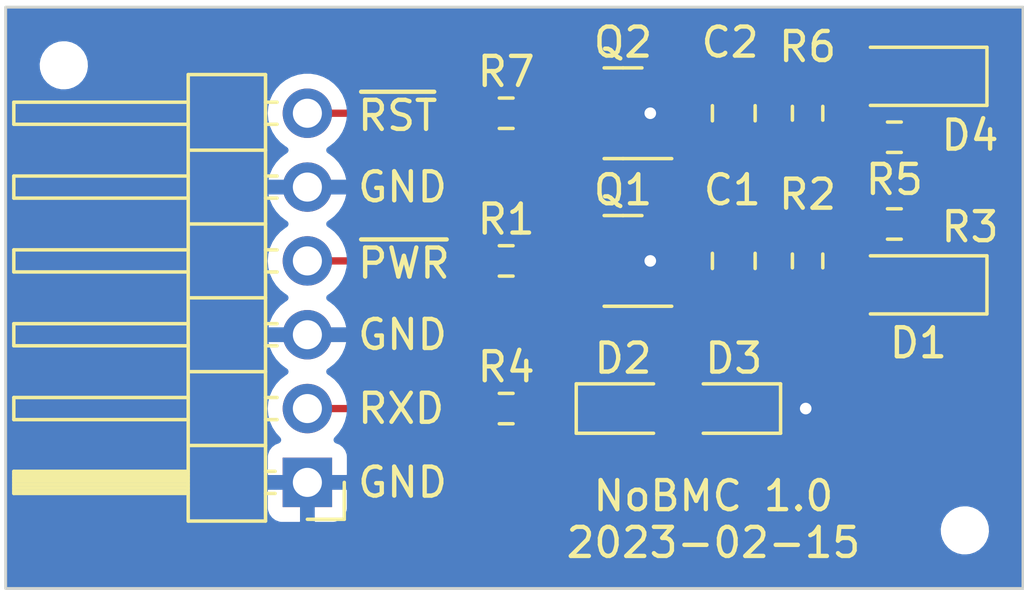
<source format=kicad_pcb>
(kicad_pcb (version 20221018) (generator pcbnew)
  (title_block (title "NoBMC") (date "2023-02-25") (rev "1.0"))
  (layers (0 "F.Cu" signal) (31 "B.Cu" signal) (34 "B.Paste" user) (35 "F.Paste" user) (36 "B.SilkS" user "B.Silkscreen") (37 "F.SilkS" user "F.Silkscreen") (38 "B.Mask" user) (39 "F.Mask" user) (44 "Edge.Cuts" user))
  (net 0 "")
  (net 1 "Net-(D1-Pad1)")
  (net 2 "Net-(C1-Pad1)")
  (net 3 "Net-(D2-Pad2)")
  (net 4 "/GND")
  (net 5 "Net-(C2-Pad1)")
  (net 6 "Net-(Q1-Pad3)")
  (net 7 "Net-(Q2-Pad3)")
  (net 8 "/~{PWR}")
  (net 9 "/RXD")
  (net 10 "/~{RST}")
  (footprint "Diode_SMD:D_SOD-123" (layer "F.Cu") (at 32.45 10.985 180)
    (fp_text reference "D1" (at 0 -2) (layer "F.SilkS"))
    (fp_text value "MBR0540" hide)
    (fp_line (start -2.36 -1) (end -2.36 1) (stroke (width 0.12)) (layer "F.SilkS"))
    (fp_line (start -2.36 -1) (end 1.65 -1) (stroke (width 0.12)) (layer "F.SilkS"))
    (fp_line (start -2.36 1) (end 1.65 1) (stroke (width 0.12)) (layer "F.SilkS"))
    (pad "1" smd roundrect (at -1.65 0 180) (size 0.9 1.2) (layers "F.Cu" "F.Paste" "F.Mask") (net 1 "Net-(D1-Pad1)"))
    (pad "2" smd roundrect (at 1.65 0 180) (size 0.9 1.2) (layers "F.Cu" "F.Paste" "F.Mask") (net 2 "Net-(C1-Pad1)"))
  )
  (footprint "Capacitor_SMD:C_0805_2012Metric" (layer "F.Cu") (at 26.1 10.16 90)
    (fp_text reference "C1" (at 2.4384 -0.0508) (layer "F.SilkS"))
    (fp_text value "1u" hide)
    (fp_line (start -0.261252 -0.735) (end 0.261252 -0.735) (stroke (width 0.12)) (layer "F.SilkS"))
    (fp_line (start -0.261252 0.735) (end 0.261252 0.735) (stroke (width 0.12)) (layer "F.SilkS"))
    (pad "1" smd roundrect (at -0.95 0 90) (size 1 1.45) (layers "F.Cu" "F.Paste" "F.Mask") (net 2 "Net-(C1-Pad1)"))
    (pad "2" smd roundrect (at 0.95 0 90) (size 1 1.45) (layers "F.Cu" "F.Paste" "F.Mask") (net 4 "/GND"))
  )
  (footprint "Resistor_SMD:R_0603_1608Metric" (layer "F.Cu") (at 18.27 10.16)
    (fp_text reference "R1" (at 0 -1.43) (layer "F.SilkS"))
    (fp_text value "220R" hide)
    (fp_line (start -0.237258 -0.5225) (end 0.237258 -0.5225) (stroke (width 0.12)) (layer "F.SilkS"))
    (fp_line (start -0.237258 0.5225) (end 0.237258 0.5225) (stroke (width 0.12)) (layer "F.SilkS"))
    (pad "1" smd roundrect (at -0.825 0) (size 0.8 0.95) (layers "F.Cu" "F.Paste" "F.Mask") (net 8 "/~{PWR}"))
    (pad "2" smd roundrect (at 0.825 0) (size 0.8 0.95) (layers "F.Cu" "F.Paste" "F.Mask") (net 6 "Net-(Q1-Pad3)"))
  )
  (footprint "Package_TO_SOT_SMD:SOT-23" (layer "F.Cu") (at 22.29 10.16 180)
    (fp_text reference "Q1" (at 0 2.4384) (layer "F.SilkS"))
    (fp_text value "2N7002K" hide)
    (fp_line (start 0 -1.56) (end -1.675 -1.56) (stroke (width 0.12)) (layer "F.SilkS"))
    (fp_line (start 0 -1.56) (end 0.65 -1.56) (stroke (width 0.12)) (layer "F.SilkS"))
    (fp_line (start 0 1.56) (end -0.65 1.56) (stroke (width 0.12)) (layer "F.SilkS"))
    (fp_line (start 0 1.56) (end 0.65 1.56) (stroke (width 0.12)) (layer "F.SilkS"))
    (pad "1" smd roundrect (at -0.9375 -0.95 180) (size 1.475 0.6) (layers "F.Cu" "F.Paste" "F.Mask") (net 2 "Net-(C1-Pad1)"))
    (pad "2" smd roundrect (at -0.9375 0.95 180) (size 1.475 0.6) (layers "F.Cu" "F.Paste" "F.Mask") (net 4 "/GND"))
    (pad "3" smd roundrect (at 0.9375 0 180) (size 1.475 0.6) (layers "F.Cu" "F.Paste" "F.Mask") (net 6 "Net-(Q1-Pad3)"))
  )
  (footprint "ToolingHole_1.152mm" (layer "F.Cu") (at 3.05 3.43)
    (fp_text reference "HOLE" hide)
    (fp_text value "ToolingHole_1.152mm" hide)
    (pad "" np_thru_hole circle (at 0 0) (size 1.152 1.152) (drill 1.152) (layers "F&B.Cu" "*.Mask"))
  )
  (footprint "Resistor_SMD:R_0603_1608Metric" (layer "F.Cu") (at 18.27 5.08)
    (fp_text reference "R7" (at 0 -1.43) (layer "F.SilkS"))
    (fp_text value "220R" hide)
    (fp_line (start -0.237258 -0.5225) (end 0.237258 -0.5225) (stroke (width 0.12)) (layer "F.SilkS"))
    (fp_line (start -0.237258 0.5225) (end 0.237258 0.5225) (stroke (width 0.12)) (layer "F.SilkS"))
    (pad "1" smd roundrect (at -0.825 0) (size 0.8 0.95) (layers "F.Cu" "F.Paste" "F.Mask") (net 10 "/~{RST}"))
    (pad "2" smd roundrect (at 0.825 0) (size 0.8 0.95) (layers "F.Cu" "F.Paste" "F.Mask") (net 7 "Net-(Q2-Pad3)"))
  )
  (footprint "Capacitor_SMD:C_0805_2012Metric" (layer "F.Cu") (at 26.1 5.08 90)
    (fp_text reference "C2" (at 2.4384 -0.127) (layer "F.SilkS"))
    (fp_text value "220n" hide)
    (fp_line (start -0.261252 -0.735) (end 0.261252 -0.735) (stroke (width 0.12)) (layer "F.SilkS"))
    (fp_line (start -0.261252 0.735) (end 0.261252 0.735) (stroke (width 0.12)) (layer "F.SilkS"))
    (pad "1" smd roundrect (at -0.95 0 90) (size 1 1.45) (layers "F.Cu" "F.Paste" "F.Mask") (net 5 "Net-(C2-Pad1)"))
    (pad "2" smd roundrect (at 0.95 0 90) (size 1 1.45) (layers "F.Cu" "F.Paste" "F.Mask") (net 4 "/GND"))
  )
  (footprint "Diode_SMD:D_SOD-323" (layer "F.Cu") (at 26.1 15.24 180)
    (fp_text reference "D3" (at 0 1.7272) (layer "F.SilkS"))
    (fp_text value "BZX384C5V1" hide)
    (fp_line (start -1.61 -0.85) (end -1.61 0.85) (stroke (width 0.12)) (layer "F.SilkS"))
    (fp_line (start -1.61 -0.85) (end 1.05 -0.85) (stroke (width 0.12)) (layer "F.SilkS"))
    (fp_line (start -1.61 0.85) (end 1.05 0.85) (stroke (width 0.12)) (layer "F.SilkS"))
    (pad "1" smd roundrect (at -1.05 0 180) (size 0.6 0.45) (layers "F.Cu" "F.Paste" "F.Mask") (net 4 "/GND"))
    (pad "2" smd roundrect (at 1.05 0 180) (size 0.6 0.45) (layers "F.Cu" "F.Paste" "F.Mask") (net 3 "Net-(D2-Pad2)"))
  )
  (footprint "Resistor_SMD:R_0603_1608Metric" (layer "F.Cu") (at 28.64 5.08 90)
    (fp_text reference "R6" (at 2.286 0) (layer "F.SilkS"))
    (fp_text value "4M7" hide)
    (fp_line (start -0.237258 -0.5225) (end 0.237258 -0.5225) (stroke (width 0.12)) (layer "F.SilkS"))
    (fp_line (start -0.237258 0.5225) (end 0.237258 0.5225) (stroke (width 0.12)) (layer "F.SilkS"))
    (pad "1" smd roundrect (at -0.825 0 90) (size 0.8 0.95) (layers "F.Cu" "F.Paste" "F.Mask") (net 5 "Net-(C2-Pad1)"))
    (pad "2" smd roundrect (at 0.825 0 90) (size 0.8 0.95) (layers "F.Cu" "F.Paste" "F.Mask") (net 4 "/GND"))
  )
  (footprint "Resistor_SMD:R_0603_1608Metric" (layer "F.Cu") (at 31.625 5.905)
    (fp_text reference "R5" (at 0 1.461) (layer "F.SilkS"))
    (fp_text value "470k" hide)
    (fp_line (start -0.237258 -0.5225) (end 0.237258 -0.5225) (stroke (width 0.12)) (layer "F.SilkS"))
    (fp_line (start -0.237258 0.5225) (end 0.237258 0.5225) (stroke (width 0.12)) (layer "F.SilkS"))
    (pad "1" smd roundrect (at -0.825 0) (size 0.8 0.95) (layers "F.Cu" "F.Paste" "F.Mask") (net 5 "Net-(C2-Pad1)"))
    (pad "2" smd roundrect (at 0.825 0) (size 0.8 0.95) (layers "F.Cu" "F.Paste" "F.Mask") (net 1 "Net-(D1-Pad1)"))
  )
  (footprint "Resistor_SMD:R_0603_1608Metric" (layer "F.Cu") (at 28.64 10.16 90)
    (fp_text reference "R2" (at 2.286 0) (layer "F.SilkS"))
    (fp_text value "4M7" hide)
    (fp_line (start -0.237258 -0.5225) (end 0.237258 -0.5225) (stroke (width 0.12)) (layer "F.SilkS"))
    (fp_line (start -0.237258 0.5225) (end 0.237258 0.5225) (stroke (width 0.12)) (layer "F.SilkS"))
    (pad "1" smd roundrect (at -0.825 0 90) (size 0.8 0.95) (layers "F.Cu" "F.Paste" "F.Mask") (net 2 "Net-(C1-Pad1)"))
    (pad "2" smd roundrect (at 0.825 0 90) (size 0.8 0.95) (layers "F.Cu" "F.Paste" "F.Mask") (net 4 "/GND"))
  )
  (footprint "Diode_SMD:D_SOD-323" (layer "F.Cu") (at 22.29 15.24)
    (fp_text reference "D2" (at 0 -1.7272) (layer "F.SilkS"))
    (fp_text value "BZX384C5V1" hide)
    (fp_line (start -1.61 -0.85) (end -1.61 0.85) (stroke (width 0.12)) (layer "F.SilkS"))
    (fp_line (start -1.61 -0.85) (end 1.05 -0.85) (stroke (width 0.12)) (layer "F.SilkS"))
    (fp_line (start -1.61 0.85) (end 1.05 0.85) (stroke (width 0.12)) (layer "F.SilkS"))
    (pad "1" smd roundrect (at -1.05 0) (size 0.6 0.45) (layers "F.Cu" "F.Paste" "F.Mask") (net 1 "Net-(D1-Pad1)"))
    (pad "2" smd roundrect (at 1.05 0) (size 0.6 0.45) (layers "F.Cu" "F.Paste" "F.Mask") (net 3 "Net-(D2-Pad2)"))
  )
  (footprint "ToolingHole_1.152mm" (layer "F.Cu") (at 34.05 19.43)
    (fp_text reference "HOLE" hide)
    (fp_text value "ToolingHole_1.152mm" hide)
    (pad "" np_thru_hole circle (at 0 0) (size 1.152 1.152) (drill 1.152) (layers "F&B.Cu" "*.Mask"))
  )
  (footprint "Diode_SMD:D_SOD-123" (layer "F.Cu") (at 32.45 3.81 180)
    (fp_text reference "D4" (at -1.778 -2.032) (layer "F.SilkS"))
    (fp_text value "MBR0540" hide)
    (fp_line (start -2.36 -1) (end -2.36 1) (stroke (width 0.12)) (layer "F.SilkS"))
    (fp_line (start -2.36 -1) (end 1.65 -1) (stroke (width 0.12)) (layer "F.SilkS"))
    (fp_line (start -2.36 1) (end 1.65 1) (stroke (width 0.12)) (layer "F.SilkS"))
    (pad "1" smd roundrect (at -1.65 0 180) (size 0.9 1.2) (layers "F.Cu" "F.Paste" "F.Mask") (net 1 "Net-(D1-Pad1)"))
    (pad "2" smd roundrect (at 1.65 0 180) (size 0.9 1.2) (layers "F.Cu" "F.Paste" "F.Mask") (net 5 "Net-(C2-Pad1)"))
  )
  (footprint "Resistor_SMD:R_0603_1608Metric" (layer "F.Cu") (at 31.625 8.89 180)
    (fp_text reference "R3" (at -2.603 -0.1016) (layer "F.SilkS"))
    (fp_text value "470k" hide)
    (fp_line (start -0.237258 -0.5225) (end 0.237258 -0.5225) (stroke (width 0.12)) (layer "F.SilkS"))
    (fp_line (start -0.237258 0.5225) (end 0.237258 0.5225) (stroke (width 0.12)) (layer "F.SilkS"))
    (pad "1" smd roundrect (at -0.825 0 180) (size 0.8 0.95) (layers "F.Cu" "F.Paste" "F.Mask") (net 1 "Net-(D1-Pad1)"))
    (pad "2" smd roundrect (at 0.825 0 180) (size 0.8 0.95) (layers "F.Cu" "F.Paste" "F.Mask") (net 2 "Net-(C1-Pad1)"))
  )
  (footprint "Package_TO_SOT_SMD:SOT-23" (layer "F.Cu") (at 22.29 5.08 180)
    (fp_text reference "Q2" (at 0 2.4384) (layer "F.SilkS"))
    (fp_text value "2N7002K" hide)
    (fp_line (start 0 -1.56) (end -1.675 -1.56) (stroke (width 0.12)) (layer "F.SilkS"))
    (fp_line (start 0 -1.56) (end 0.65 -1.56) (stroke (width 0.12)) (layer "F.SilkS"))
    (fp_line (start 0 1.56) (end -0.65 1.56) (stroke (width 0.12)) (layer "F.SilkS"))
    (fp_line (start 0 1.56) (end 0.65 1.56) (stroke (width 0.12)) (layer "F.SilkS"))
    (pad "1" smd roundrect (at -0.9375 -0.95 180) (size 1.475 0.6) (layers "F.Cu" "F.Paste" "F.Mask") (net 5 "Net-(C2-Pad1)"))
    (pad "2" smd roundrect (at -0.9375 0.95 180) (size 1.475 0.6) (layers "F.Cu" "F.Paste" "F.Mask") (net 4 "/GND"))
    (pad "3" smd roundrect (at 0.9375 0 180) (size 1.475 0.6) (layers "F.Cu" "F.Paste" "F.Mask") (net 7 "Net-(Q2-Pad3)"))
  )
  (footprint "Connector_PinHeader_2.54mm:PinHeader_1x06_P2.54mm_Horizontal" (layer "F.Cu") (at 11.43 17.78 180)
    (fp_text reference "J1" hide)
    (fp_text value "Conn_01x06" hide)
    (fp_line (start -1.27 -1.27) (end 0 -1.27) (stroke (width 0.12)) (layer "F.SilkS"))
    (fp_line (start -1.27 0) (end -1.27 -1.27) (stroke (width 0.12)) (layer "F.SilkS"))
    (fp_line (start 1.042929 2.16) (end 1.44 2.16) (stroke (width 0.12)) (layer "F.SilkS"))
    (fp_line (start 1.042929 2.92) (end 1.44 2.92) (stroke (width 0.12)) (layer "F.SilkS"))
    (fp_line (start 1.042929 4.7) (end 1.44 4.7) (stroke (width 0.12)) (layer "F.SilkS"))
    (fp_line (start 1.042929 5.46) (end 1.44 5.46) (stroke (width 0.12)) (layer "F.SilkS"))
    (fp_line (start 1.042929 7.24) (end 1.44 7.24) (stroke (width 0.12)) (layer "F.SilkS"))
    (fp_line (start 1.042929 8) (end 1.44 8) (stroke (width 0.12)) (layer "F.SilkS"))
    (fp_line (start 1.042929 9.78) (end 1.44 9.78) (stroke (width 0.12)) (layer "F.SilkS"))
    (fp_line (start 1.042929 10.54) (end 1.44 10.54) (stroke (width 0.12)) (layer "F.SilkS"))
    (fp_line (start 1.042929 12.32) (end 1.44 12.32) (stroke (width 0.12)) (layer "F.SilkS"))
    (fp_line (start 1.042929 13.08) (end 1.44 13.08) (stroke (width 0.12)) (layer "F.SilkS"))
    (fp_line (start 1.11 -0.38) (end 1.44 -0.38) (stroke (width 0.12)) (layer "F.SilkS"))
    (fp_line (start 1.11 0.38) (end 1.44 0.38) (stroke (width 0.12)) (layer "F.SilkS"))
    (fp_line (start 1.44 -1.33) (end 1.44 14.03) (stroke (width 0.12)) (layer "F.SilkS"))
    (fp_line (start 1.44 1.27) (end 4.1 1.27) (stroke (width 0.12)) (layer "F.SilkS"))
    (fp_line (start 1.44 3.81) (end 4.1 3.81) (stroke (width 0.12)) (layer "F.SilkS"))
    (fp_line (start 1.44 6.35) (end 4.1 6.35) (stroke (width 0.12)) (layer "F.SilkS"))
    (fp_line (start 1.44 8.89) (end 4.1 8.89) (stroke (width 0.12)) (layer "F.SilkS"))
    (fp_line (start 1.44 11.43) (end 4.1 11.43) (stroke (width 0.12)) (layer "F.SilkS"))
    (fp_line (start 1.44 14.03) (end 4.1 14.03) (stroke (width 0.12)) (layer "F.SilkS"))
    (fp_line (start 4.1 -1.33) (end 1.44 -1.33) (stroke (width 0.12)) (layer "F.SilkS"))
    (fp_line (start 4.1 -0.38) (end 10.1 -0.38) (stroke (width 0.12)) (layer "F.SilkS"))
    (fp_line (start 4.1 -0.32) (end 10.1 -0.32) (stroke (width 0.12)) (layer "F.SilkS"))
    (fp_line (start 4.1 -0.2) (end 10.1 -0.2) (stroke (width 0.12)) (layer "F.SilkS"))
    (fp_line (start 4.1 -0.08) (end 10.1 -0.08) (stroke (width 0.12)) (layer "F.SilkS"))
    (fp_line (start 4.1 0.04) (end 10.1 0.04) (stroke (width 0.12)) (layer "F.SilkS"))
    (fp_line (start 4.1 0.16) (end 10.1 0.16) (stroke (width 0.12)) (layer "F.SilkS"))
    (fp_line (start 4.1 0.28) (end 10.1 0.28) (stroke (width 0.12)) (layer "F.SilkS"))
    (fp_line (start 4.1 2.16) (end 10.1 2.16) (stroke (width 0.12)) (layer "F.SilkS"))
    (fp_line (start 4.1 4.7) (end 10.1 4.7) (stroke (width 0.12)) (layer "F.SilkS"))
    (fp_line (start 4.1 7.24) (end 10.1 7.24) (stroke (width 0.12)) (layer "F.SilkS"))
    (fp_line (start 4.1 9.78) (end 10.1 9.78) (stroke (width 0.12)) (layer "F.SilkS"))
    (fp_line (start 4.1 12.32) (end 10.1 12.32) (stroke (width 0.12)) (layer "F.SilkS"))
    (fp_line (start 4.1 14.03) (end 4.1 -1.33) (stroke (width 0.12)) (layer "F.SilkS"))
    (fp_line (start 10.1 -0.38) (end 10.1 0.38) (stroke (width 0.12)) (layer "F.SilkS"))
    (fp_line (start 10.1 0.38) (end 4.1 0.38) (stroke (width 0.12)) (layer "F.SilkS"))
    (fp_line (start 10.1 2.16) (end 10.1 2.92) (stroke (width 0.12)) (layer "F.SilkS"))
    (fp_line (start 10.1 2.92) (end 4.1 2.92) (stroke (width 0.12)) (layer "F.SilkS"))
    (fp_line (start 10.1 4.7) (end 10.1 5.46) (stroke (width 0.12)) (layer "F.SilkS"))
    (fp_line (start 10.1 5.46) (end 4.1 5.46) (stroke (width 0.12)) (layer "F.SilkS"))
    (fp_line (start 10.1 7.24) (end 10.1 8) (stroke (width 0.12)) (layer "F.SilkS"))
    (fp_line (start 10.1 8) (end 4.1 8) (stroke (width 0.12)) (layer "F.SilkS"))
    (fp_line (start 10.1 9.78) (end 10.1 10.54) (stroke (width 0.12)) (layer "F.SilkS"))
    (fp_line (start 10.1 10.54) (end 4.1 10.54) (stroke (width 0.12)) (layer "F.SilkS"))
    (fp_line (start 10.1 12.32) (end 10.1 13.08) (stroke (width 0.12)) (layer "F.SilkS"))
    (fp_line (start 10.1 13.08) (end 4.1 13.08) (stroke (width 0.12)) (layer "F.SilkS"))
    (pad "1" thru_hole rect (at 0 0 180) (size 1.7 1.7) (drill 1) (layers "*.Cu" "*.Mask") (net 4 "/GND"))
    (pad "2" thru_hole oval (at 0 2.54 180) (size 1.7 1.7) (drill 1) (layers "*.Cu" "*.Mask") (net 9 "/RXD"))
    (pad "3" thru_hole oval (at 0 5.08 180) (size 1.7 1.7) (drill 1) (layers "*.Cu" "*.Mask") (net 4 "/GND"))
    (pad "4" thru_hole oval (at 0 7.62 180) (size 1.7 1.7) (drill 1) (layers "*.Cu" "*.Mask") (net 8 "/~{PWR}"))
    (pad "5" thru_hole oval (at 0 10.16 180) (size 1.7 1.7) (drill 1) (layers "*.Cu" "*.Mask") (net 4 "/GND"))
    (pad "6" thru_hole oval (at 0 12.7 180) (size 1.7 1.7) (drill 1) (layers "*.Cu" "*.Mask") (net 10 "/~{RST}"))
  )
  (footprint "Resistor_SMD:R_0603_1608Metric" (layer "F.Cu") (at 18.27 15.24)
    (fp_text reference "R4" (at 0 -1.43) (layer "F.SilkS"))
    (fp_text value "10k" hide)
    (fp_line (start -0.237258 -0.5225) (end 0.237258 -0.5225) (stroke (width 0.12)) (layer "F.SilkS"))
    (fp_line (start -0.237258 0.5225) (end 0.237258 0.5225) (stroke (width 0.12)) (layer "F.SilkS"))
    (pad "1" smd roundrect (at -0.825 0) (size 0.8 0.95) (layers "F.Cu" "F.Paste" "F.Mask") (net 9 "/RXD"))
    (pad "2" smd roundrect (at 0.825 0) (size 0.8 0.95) (layers "F.Cu" "F.Paste" "F.Mask") (net 1 "Net-(D1-Pad1)"))
  )
  (gr_rect (start 1.05 1.43) (end 36.05 21.43) (stroke (width 0.1)) (fill none) (layer "Edge.Cuts"))
  (gr_text "GND" (at 13.081 12.7) (layer "F.SilkS") (effects (font (size 1 1)) (justify left)))
  (gr_text "GND" (at 13.081 7.62) (layer "F.SilkS") (effects (font (size 1 1)) (justify left)))
  (gr_text "~{RST}" (at 13.081 5.163393) (layer "F.SilkS") (effects (font (size 1 1)) (justify left)))
  (gr_text "GND" (at 13.081 17.78) (layer "F.SilkS") (effects (font (size 1 1)) (justify left)))
  (gr_text "~{PWR}" (at 13.081 10.243393) (layer "F.SilkS") (effects (font (size 1 1)) (justify left)))
  (gr_text "NoBMC 1.0\n2023-02-15" (at 25.4 19.05) (layer "F.SilkS") (effects (font (size 1 1))))
  (gr_text "RXD" (at 13.081 15.24) (layer "F.SilkS") (effects (font (size 1 1)) (justify left)))
  (segment (start 33.02 3.81) (end 32.45 4.38) (width 0.25) (layer "F.Cu") (net 1))
  (segment (start 22.225 15.24) (end 23.495 13.97) (width 0.25) (layer "F.Cu") (net 1))
  (segment (start 32.45 8.89) (end 32.45 10.415) (width 0.25) (layer "F.Cu") (net 1))
  (segment (start 23.495 13.97) (end 33.02 13.97) (width 0.25) (layer "F.Cu") (net 1))
  (segment (start 34.1 12.89) (end 33.02 13.97) (width 0.25) (layer "F.Cu") (net 1))
  (segment (start 34.1 3.81) (end 33.02 3.81) (width 0.25) (layer "F.Cu") (net 1))
  (segment (start 32.45 4.38) (end 32.45 5.905) (width 0.25) (layer "F.Cu") (net 1))
  (segment (start 32.45 10.415) (end 33.02 10.985) (width 0.25) (layer "F.Cu") (net 1))
  (segment (start 34.1 3.81) (end 34.1 10.985) (width 0.25) (layer "F.Cu") (net 1))
  (segment (start 34.1 10.985) (end 33.02 10.985) (width 0.25) (layer "F.Cu") (net 1))
  (segment (start 21.24 15.24) (end 22.225 15.24) (width 0.25) (layer "F.Cu") (net 1))
  (segment (start 19.095 15.24) (end 21.24 15.24) (width 0.25) (layer "F.Cu") (net 1))
  (segment (start 34.1 10.985) (end 34.1 12.89) (width 0.25) (layer "F.Cu") (net 1))
  (segment (start 28.64 10.985) (end 30.8 10.985) (width 0.25) (layer "F.Cu") (net 2))
  (segment (start 28.64 10.985) (end 26.225 10.985) (width 0.25) (layer "F.Cu") (net 2))
  (segment (start 23.2275 11.11) (end 26.1 11.11) (width 0.25) (layer "F.Cu") (net 2))
  (segment (start 30.8 8.89) (end 30.8 10.985) (width 0.25) (layer "F.Cu") (net 2))
  (segment (start 23.34 15.24) (end 25.05 15.24) (width 0.25) (layer "F.Cu") (net 3))
  (segment (start 23.2275 4.13) (end 23.2275 5.08) (width 0.25) (layer "F.Cu") (net 4))
  (segment (start 26.225 9.335) (end 28.64 9.335) (width 0.25) (layer "F.Cu") (net 4))
  (segment (start 23.2275 9.21) (end 26.1 9.21) (width 0.25) (layer "F.Cu") (net 4))
  (segment (start 27.15 15.24) (end 28.575 15.24) (width 0.25) (layer "F.Cu") (net 4))
  (segment (start 23.2275 4.13) (end 26.1 4.13) (width 0.25) (layer "F.Cu") (net 4))
  (segment (start 23.2275 9.21) (end 23.2275 10.16) (width 0.25) (layer "F.Cu") (net 4))
  (segment (start 28.64 4.255) (end 26.225 4.255) (width 0.25) (layer "F.Cu") (net 4))
  (via (at 23.2275 5.08) (size 0.8) (drill 0.4) (layers "F.Cu" "B.Cu") (net 4))
  (via (at 23.2275 10.16) (size 0.8) (drill 0.4) (layers "F.Cu" "B.Cu") (net 4))
  (via (at 28.575 15.24) (size 0.8) (drill 0.4) (layers "F.Cu" "B.Cu") (net 4))
  (segment (start 28.64 5.905) (end 30.8 5.905) (width 0.25) (layer "F.Cu") (net 5))
  (segment (start 26.225 5.905) (end 28.64 5.905) (width 0.25) (layer "F.Cu") (net 5))
  (segment (start 23.2275 6.03) (end 26.1 6.03) (width 0.25) (layer "F.Cu") (net 5))
  (segment (start 30.8 3.81) (end 30.8 5.905) (width 0.25) (layer "F.Cu") (net 5))
  (segment (start 19.095 10.16) (end 21.3525 10.16) (width 0.25) (layer "F.Cu") (net 6))
  (segment (start 19.095 5.08) (end 21.3525 5.08) (width 0.25) (layer "F.Cu") (net 7))
  (segment (start 11.43 10.16) (end 17.445 10.16) (width 0.25) (layer "F.Cu") (net 8))
  (segment (start 11.43 15.24) (end 17.445 15.24) (width 0.25) (layer "F.Cu") (net 9))
  (segment (start 11.43 5.08) (end 17.445 5.08) (width 0.25) (layer "F.Cu") (net 10))
  (zone (net 4) (net_name "/GND") (layer "B.Cu") (connect_pads (clearance 0.508)) (min_thickness 0.254) (fill yes (thermal_gap 0.508) (thermal_bridge_width 0.508))
    (polygon (pts (xy 36.05 21.43) (xy 1.05 21.43) (xy 1.05 1.43) (xy 36.05 1.43)))
  )
)
</source>
